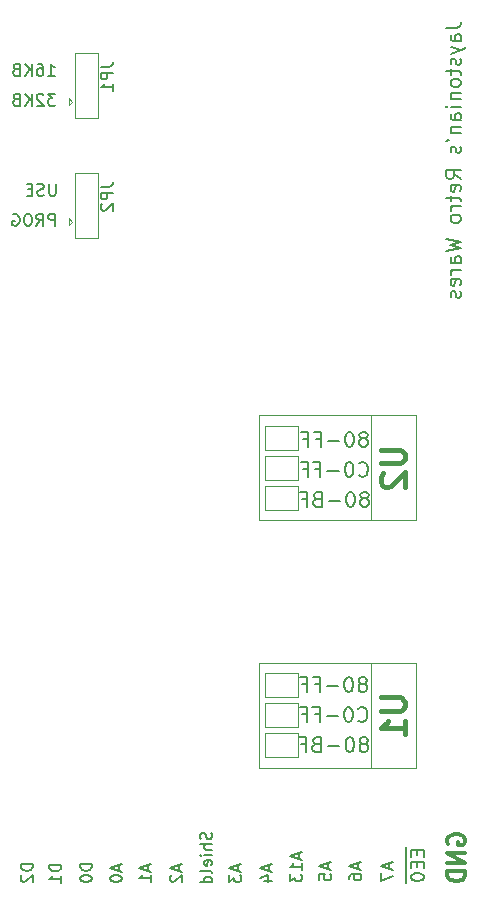
<source format=gbr>
%TF.GenerationSoftware,KiCad,Pcbnew,(5.1.10)-1*%
%TF.CreationDate,2022-11-16T00:45:25-05:00*%
%TF.ProjectId,Coleco-Card3,436f6c65-636f-42d4-9361-7264332e6b69,1*%
%TF.SameCoordinates,Original*%
%TF.FileFunction,Legend,Bot*%
%TF.FilePolarity,Positive*%
%FSLAX46Y46*%
G04 Gerber Fmt 4.6, Leading zero omitted, Abs format (unit mm)*
G04 Created by KiCad (PCBNEW (5.1.10)-1) date 2022-11-16 00:45:25*
%MOMM*%
%LPD*%
G01*
G04 APERTURE LIST*
%ADD10C,0.200000*%
%ADD11C,0.150000*%
%ADD12C,0.400000*%
%ADD13C,0.120000*%
%ADD14C,0.300000*%
G04 APERTURE END LIST*
D10*
X116790476Y-73869761D02*
X117683333Y-73869761D01*
X117861904Y-73810238D01*
X117980952Y-73691190D01*
X118040476Y-73512619D01*
X118040476Y-73393571D01*
X118040476Y-75000714D02*
X117385714Y-75000714D01*
X117266666Y-74941190D01*
X117207142Y-74822142D01*
X117207142Y-74584047D01*
X117266666Y-74465000D01*
X117980952Y-75000714D02*
X118040476Y-74881666D01*
X118040476Y-74584047D01*
X117980952Y-74465000D01*
X117861904Y-74405476D01*
X117742857Y-74405476D01*
X117623809Y-74465000D01*
X117564285Y-74584047D01*
X117564285Y-74881666D01*
X117504761Y-75000714D01*
X117207142Y-75476904D02*
X118040476Y-75774523D01*
X117207142Y-76072142D02*
X118040476Y-75774523D01*
X118338095Y-75655476D01*
X118397619Y-75595952D01*
X118457142Y-75476904D01*
X117980952Y-76488809D02*
X118040476Y-76607857D01*
X118040476Y-76845952D01*
X117980952Y-76965000D01*
X117861904Y-77024523D01*
X117802380Y-77024523D01*
X117683333Y-76965000D01*
X117623809Y-76845952D01*
X117623809Y-76667380D01*
X117564285Y-76548333D01*
X117445238Y-76488809D01*
X117385714Y-76488809D01*
X117266666Y-76548333D01*
X117207142Y-76667380D01*
X117207142Y-76845952D01*
X117266666Y-76965000D01*
X117207142Y-77381666D02*
X117207142Y-77857857D01*
X116790476Y-77560238D02*
X117861904Y-77560238D01*
X117980952Y-77619761D01*
X118040476Y-77738809D01*
X118040476Y-77857857D01*
X118040476Y-78453095D02*
X117980952Y-78334047D01*
X117921428Y-78274523D01*
X117802380Y-78215000D01*
X117445238Y-78215000D01*
X117326190Y-78274523D01*
X117266666Y-78334047D01*
X117207142Y-78453095D01*
X117207142Y-78631666D01*
X117266666Y-78750714D01*
X117326190Y-78810238D01*
X117445238Y-78869761D01*
X117802380Y-78869761D01*
X117921428Y-78810238D01*
X117980952Y-78750714D01*
X118040476Y-78631666D01*
X118040476Y-78453095D01*
X117207142Y-79405476D02*
X118040476Y-79405476D01*
X117326190Y-79405476D02*
X117266666Y-79465000D01*
X117207142Y-79584047D01*
X117207142Y-79762619D01*
X117266666Y-79881666D01*
X117385714Y-79941190D01*
X118040476Y-79941190D01*
X118040476Y-80536428D02*
X117207142Y-80536428D01*
X116790476Y-80536428D02*
X116850000Y-80476904D01*
X116909523Y-80536428D01*
X116850000Y-80595952D01*
X116790476Y-80536428D01*
X116909523Y-80536428D01*
X118040476Y-81667380D02*
X117385714Y-81667380D01*
X117266666Y-81607857D01*
X117207142Y-81488809D01*
X117207142Y-81250714D01*
X117266666Y-81131666D01*
X117980952Y-81667380D02*
X118040476Y-81548333D01*
X118040476Y-81250714D01*
X117980952Y-81131666D01*
X117861904Y-81072142D01*
X117742857Y-81072142D01*
X117623809Y-81131666D01*
X117564285Y-81250714D01*
X117564285Y-81548333D01*
X117504761Y-81667380D01*
X117207142Y-82262619D02*
X118040476Y-82262619D01*
X117326190Y-82262619D02*
X117266666Y-82322142D01*
X117207142Y-82441190D01*
X117207142Y-82619761D01*
X117266666Y-82738809D01*
X117385714Y-82798333D01*
X118040476Y-82798333D01*
X116790476Y-83453095D02*
X117028571Y-83334047D01*
X117980952Y-83929285D02*
X118040476Y-84048333D01*
X118040476Y-84286428D01*
X117980952Y-84405476D01*
X117861904Y-84464999D01*
X117802380Y-84464999D01*
X117683333Y-84405476D01*
X117623809Y-84286428D01*
X117623809Y-84107857D01*
X117564285Y-83988809D01*
X117445238Y-83929285D01*
X117385714Y-83929285D01*
X117266666Y-83988809D01*
X117207142Y-84107857D01*
X117207142Y-84286428D01*
X117266666Y-84405476D01*
X118040476Y-86667380D02*
X117445238Y-86250714D01*
X118040476Y-85953095D02*
X116790476Y-85953095D01*
X116790476Y-86429285D01*
X116850000Y-86548333D01*
X116909523Y-86607857D01*
X117028571Y-86667380D01*
X117207142Y-86667380D01*
X117326190Y-86607857D01*
X117385714Y-86548333D01*
X117445238Y-86429285D01*
X117445238Y-85953095D01*
X117980952Y-87679285D02*
X118040476Y-87560238D01*
X118040476Y-87322142D01*
X117980952Y-87203095D01*
X117861904Y-87143571D01*
X117385714Y-87143571D01*
X117266666Y-87203095D01*
X117207142Y-87322142D01*
X117207142Y-87560238D01*
X117266666Y-87679285D01*
X117385714Y-87738809D01*
X117504761Y-87738809D01*
X117623809Y-87143571D01*
X117207142Y-88095952D02*
X117207142Y-88572142D01*
X116790476Y-88274523D02*
X117861904Y-88274523D01*
X117980952Y-88334047D01*
X118040476Y-88453095D01*
X118040476Y-88572142D01*
X118040476Y-88988809D02*
X117207142Y-88988809D01*
X117445238Y-88988809D02*
X117326190Y-89048333D01*
X117266666Y-89107857D01*
X117207142Y-89226904D01*
X117207142Y-89345952D01*
X118040476Y-89941190D02*
X117980952Y-89822142D01*
X117921428Y-89762619D01*
X117802380Y-89703095D01*
X117445238Y-89703095D01*
X117326190Y-89762619D01*
X117266666Y-89822142D01*
X117207142Y-89941190D01*
X117207142Y-90119761D01*
X117266666Y-90238809D01*
X117326190Y-90298333D01*
X117445238Y-90357857D01*
X117802380Y-90357857D01*
X117921428Y-90298333D01*
X117980952Y-90238809D01*
X118040476Y-90119761D01*
X118040476Y-89941190D01*
X116790476Y-91726904D02*
X118040476Y-92024523D01*
X117147619Y-92262619D01*
X118040476Y-92500714D01*
X116790476Y-92798333D01*
X118040476Y-93810238D02*
X117385714Y-93810238D01*
X117266666Y-93750714D01*
X117207142Y-93631666D01*
X117207142Y-93393571D01*
X117266666Y-93274523D01*
X117980952Y-93810238D02*
X118040476Y-93691190D01*
X118040476Y-93393571D01*
X117980952Y-93274523D01*
X117861904Y-93214999D01*
X117742857Y-93214999D01*
X117623809Y-93274523D01*
X117564285Y-93393571D01*
X117564285Y-93691190D01*
X117504761Y-93810238D01*
X118040476Y-94405476D02*
X117207142Y-94405476D01*
X117445238Y-94405476D02*
X117326190Y-94464999D01*
X117266666Y-94524523D01*
X117207142Y-94643571D01*
X117207142Y-94762619D01*
X117980952Y-95655476D02*
X118040476Y-95536428D01*
X118040476Y-95298333D01*
X117980952Y-95179285D01*
X117861904Y-95119761D01*
X117385714Y-95119761D01*
X117266666Y-95179285D01*
X117207142Y-95298333D01*
X117207142Y-95536428D01*
X117266666Y-95655476D01*
X117385714Y-95714999D01*
X117504761Y-95714999D01*
X117623809Y-95119761D01*
X117980952Y-96191190D02*
X118040476Y-96310238D01*
X118040476Y-96548333D01*
X117980952Y-96667380D01*
X117861904Y-96726904D01*
X117802380Y-96726904D01*
X117683333Y-96667380D01*
X117623809Y-96548333D01*
X117623809Y-96369761D01*
X117564285Y-96250714D01*
X117445238Y-96191190D01*
X117385714Y-96191190D01*
X117266666Y-96250714D01*
X117207142Y-96369761D01*
X117207142Y-96548333D01*
X117266666Y-96667380D01*
D11*
X83764285Y-87082380D02*
X83764285Y-87891904D01*
X83716666Y-87987142D01*
X83669047Y-88034761D01*
X83573809Y-88082380D01*
X83383333Y-88082380D01*
X83288095Y-88034761D01*
X83240476Y-87987142D01*
X83192857Y-87891904D01*
X83192857Y-87082380D01*
X82764285Y-88034761D02*
X82621428Y-88082380D01*
X82383333Y-88082380D01*
X82288095Y-88034761D01*
X82240476Y-87987142D01*
X82192857Y-87891904D01*
X82192857Y-87796666D01*
X82240476Y-87701428D01*
X82288095Y-87653809D01*
X82383333Y-87606190D01*
X82573809Y-87558571D01*
X82669047Y-87510952D01*
X82716666Y-87463333D01*
X82764285Y-87368095D01*
X82764285Y-87272857D01*
X82716666Y-87177619D01*
X82669047Y-87130000D01*
X82573809Y-87082380D01*
X82335714Y-87082380D01*
X82192857Y-87130000D01*
X81764285Y-87558571D02*
X81430952Y-87558571D01*
X81288095Y-88082380D02*
X81764285Y-88082380D01*
X81764285Y-87082380D01*
X81288095Y-87082380D01*
X83700714Y-90622380D02*
X83700714Y-89622380D01*
X83319761Y-89622380D01*
X83224523Y-89670000D01*
X83176904Y-89717619D01*
X83129285Y-89812857D01*
X83129285Y-89955714D01*
X83176904Y-90050952D01*
X83224523Y-90098571D01*
X83319761Y-90146190D01*
X83700714Y-90146190D01*
X82129285Y-90622380D02*
X82462619Y-90146190D01*
X82700714Y-90622380D02*
X82700714Y-89622380D01*
X82319761Y-89622380D01*
X82224523Y-89670000D01*
X82176904Y-89717619D01*
X82129285Y-89812857D01*
X82129285Y-89955714D01*
X82176904Y-90050952D01*
X82224523Y-90098571D01*
X82319761Y-90146190D01*
X82700714Y-90146190D01*
X81510238Y-89622380D02*
X81319761Y-89622380D01*
X81224523Y-89670000D01*
X81129285Y-89765238D01*
X81081666Y-89955714D01*
X81081666Y-90289047D01*
X81129285Y-90479523D01*
X81224523Y-90574761D01*
X81319761Y-90622380D01*
X81510238Y-90622380D01*
X81605476Y-90574761D01*
X81700714Y-90479523D01*
X81748333Y-90289047D01*
X81748333Y-89955714D01*
X81700714Y-89765238D01*
X81605476Y-89670000D01*
X81510238Y-89622380D01*
X80129285Y-89670000D02*
X80224523Y-89622380D01*
X80367380Y-89622380D01*
X80510238Y-89670000D01*
X80605476Y-89765238D01*
X80653095Y-89860476D01*
X80700714Y-90050952D01*
X80700714Y-90193809D01*
X80653095Y-90384285D01*
X80605476Y-90479523D01*
X80510238Y-90574761D01*
X80367380Y-90622380D01*
X80272142Y-90622380D01*
X80129285Y-90574761D01*
X80081666Y-90527142D01*
X80081666Y-90193809D01*
X80272142Y-90193809D01*
X83105476Y-77922380D02*
X83676904Y-77922380D01*
X83391190Y-77922380D02*
X83391190Y-76922380D01*
X83486428Y-77065238D01*
X83581666Y-77160476D01*
X83676904Y-77208095D01*
X82248333Y-76922380D02*
X82438809Y-76922380D01*
X82534047Y-76970000D01*
X82581666Y-77017619D01*
X82676904Y-77160476D01*
X82724523Y-77350952D01*
X82724523Y-77731904D01*
X82676904Y-77827142D01*
X82629285Y-77874761D01*
X82534047Y-77922380D01*
X82343571Y-77922380D01*
X82248333Y-77874761D01*
X82200714Y-77827142D01*
X82153095Y-77731904D01*
X82153095Y-77493809D01*
X82200714Y-77398571D01*
X82248333Y-77350952D01*
X82343571Y-77303333D01*
X82534047Y-77303333D01*
X82629285Y-77350952D01*
X82676904Y-77398571D01*
X82724523Y-77493809D01*
X81724523Y-77922380D02*
X81724523Y-76922380D01*
X81153095Y-77922380D02*
X81581666Y-77350952D01*
X81153095Y-76922380D02*
X81724523Y-77493809D01*
X80391190Y-77398571D02*
X80248333Y-77446190D01*
X80200714Y-77493809D01*
X80153095Y-77589047D01*
X80153095Y-77731904D01*
X80200714Y-77827142D01*
X80248333Y-77874761D01*
X80343571Y-77922380D01*
X80724523Y-77922380D01*
X80724523Y-76922380D01*
X80391190Y-76922380D01*
X80295952Y-76970000D01*
X80248333Y-77017619D01*
X80200714Y-77112857D01*
X80200714Y-77208095D01*
X80248333Y-77303333D01*
X80295952Y-77350952D01*
X80391190Y-77398571D01*
X80724523Y-77398571D01*
X83724523Y-79462380D02*
X83105476Y-79462380D01*
X83438809Y-79843333D01*
X83295952Y-79843333D01*
X83200714Y-79890952D01*
X83153095Y-79938571D01*
X83105476Y-80033809D01*
X83105476Y-80271904D01*
X83153095Y-80367142D01*
X83200714Y-80414761D01*
X83295952Y-80462380D01*
X83581666Y-80462380D01*
X83676904Y-80414761D01*
X83724523Y-80367142D01*
X82724523Y-79557619D02*
X82676904Y-79510000D01*
X82581666Y-79462380D01*
X82343571Y-79462380D01*
X82248333Y-79510000D01*
X82200714Y-79557619D01*
X82153095Y-79652857D01*
X82153095Y-79748095D01*
X82200714Y-79890952D01*
X82772142Y-80462380D01*
X82153095Y-80462380D01*
X81724523Y-80462380D02*
X81724523Y-79462380D01*
X81153095Y-80462380D02*
X81581666Y-79890952D01*
X81153095Y-79462380D02*
X81724523Y-80033809D01*
X80391190Y-79938571D02*
X80248333Y-79986190D01*
X80200714Y-80033809D01*
X80153095Y-80129047D01*
X80153095Y-80271904D01*
X80200714Y-80367142D01*
X80248333Y-80414761D01*
X80343571Y-80462380D01*
X80724523Y-80462380D01*
X80724523Y-79462380D01*
X80391190Y-79462380D01*
X80295952Y-79510000D01*
X80248333Y-79557619D01*
X80200714Y-79652857D01*
X80200714Y-79748095D01*
X80248333Y-79843333D01*
X80295952Y-79890952D01*
X80391190Y-79938571D01*
X80724523Y-79938571D01*
D12*
X111299761Y-130556190D02*
X112918809Y-130556190D01*
X113109285Y-130651428D01*
X113204523Y-130746666D01*
X113299761Y-130937142D01*
X113299761Y-131318095D01*
X113204523Y-131508571D01*
X113109285Y-131603809D01*
X112918809Y-131699047D01*
X111299761Y-131699047D01*
X113299761Y-133699047D02*
X113299761Y-132556190D01*
X113299761Y-133127619D02*
X111299761Y-133127619D01*
X111585476Y-132937142D01*
X111775952Y-132746666D01*
X111871190Y-132556190D01*
X111299761Y-109601190D02*
X112918809Y-109601190D01*
X113109285Y-109696428D01*
X113204523Y-109791666D01*
X113299761Y-109982142D01*
X113299761Y-110363095D01*
X113204523Y-110553571D01*
X113109285Y-110648809D01*
X112918809Y-110744047D01*
X111299761Y-110744047D01*
X111490238Y-111601190D02*
X111395000Y-111696428D01*
X111299761Y-111886904D01*
X111299761Y-112363095D01*
X111395000Y-112553571D01*
X111490238Y-112648809D01*
X111680714Y-112744047D01*
X111871190Y-112744047D01*
X112156904Y-112648809D01*
X113299761Y-111505952D01*
X113299761Y-112744047D01*
D13*
X114300000Y-136525000D02*
X110490000Y-136525000D01*
X114300000Y-127635000D02*
X114300000Y-136525000D01*
X110490000Y-127635000D02*
X114300000Y-127635000D01*
X114300000Y-115570000D02*
X110490000Y-115570000D01*
X114300000Y-106680000D02*
X114300000Y-115570000D01*
X110490000Y-106680000D02*
X114300000Y-106680000D01*
X110490000Y-115570000D02*
X110490000Y-106680000D01*
X100965000Y-115570000D02*
X110490000Y-115570000D01*
X100965000Y-106680000D02*
X110490000Y-106680000D01*
X100965000Y-115570000D02*
X100965000Y-106680000D01*
X110490000Y-127635000D02*
X100965000Y-127635000D01*
X110490000Y-136525000D02*
X110490000Y-127635000D01*
X100965000Y-136525000D02*
X110490000Y-136525000D01*
X100965000Y-127635000D02*
X100965000Y-136525000D01*
D10*
X109432071Y-111761928D02*
X109491595Y-111821452D01*
X109670166Y-111880976D01*
X109789214Y-111880976D01*
X109967785Y-111821452D01*
X110086833Y-111702404D01*
X110146357Y-111583357D01*
X110205880Y-111345261D01*
X110205880Y-111166690D01*
X110146357Y-110928595D01*
X110086833Y-110809547D01*
X109967785Y-110690500D01*
X109789214Y-110630976D01*
X109670166Y-110630976D01*
X109491595Y-110690500D01*
X109432071Y-110750023D01*
X108658261Y-110630976D02*
X108539214Y-110630976D01*
X108420166Y-110690500D01*
X108360642Y-110750023D01*
X108301119Y-110869071D01*
X108241595Y-111107166D01*
X108241595Y-111404785D01*
X108301119Y-111642880D01*
X108360642Y-111761928D01*
X108420166Y-111821452D01*
X108539214Y-111880976D01*
X108658261Y-111880976D01*
X108777309Y-111821452D01*
X108836833Y-111761928D01*
X108896357Y-111642880D01*
X108955880Y-111404785D01*
X108955880Y-111107166D01*
X108896357Y-110869071D01*
X108836833Y-110750023D01*
X108777309Y-110690500D01*
X108658261Y-110630976D01*
X107705880Y-111404785D02*
X106753500Y-111404785D01*
X105741595Y-111226214D02*
X106158261Y-111226214D01*
X106158261Y-111880976D02*
X106158261Y-110630976D01*
X105563023Y-110630976D01*
X104670166Y-111226214D02*
X105086833Y-111226214D01*
X105086833Y-111880976D02*
X105086833Y-110630976D01*
X104491595Y-110630976D01*
X110027309Y-113706690D02*
X110146357Y-113647166D01*
X110205880Y-113587642D01*
X110265404Y-113468595D01*
X110265404Y-113409071D01*
X110205880Y-113290023D01*
X110146357Y-113230500D01*
X110027309Y-113170976D01*
X109789214Y-113170976D01*
X109670166Y-113230500D01*
X109610642Y-113290023D01*
X109551119Y-113409071D01*
X109551119Y-113468595D01*
X109610642Y-113587642D01*
X109670166Y-113647166D01*
X109789214Y-113706690D01*
X110027309Y-113706690D01*
X110146357Y-113766214D01*
X110205880Y-113825738D01*
X110265404Y-113944785D01*
X110265404Y-114182880D01*
X110205880Y-114301928D01*
X110146357Y-114361452D01*
X110027309Y-114420976D01*
X109789214Y-114420976D01*
X109670166Y-114361452D01*
X109610642Y-114301928D01*
X109551119Y-114182880D01*
X109551119Y-113944785D01*
X109610642Y-113825738D01*
X109670166Y-113766214D01*
X109789214Y-113706690D01*
X108777309Y-113170976D02*
X108658261Y-113170976D01*
X108539214Y-113230500D01*
X108479690Y-113290023D01*
X108420166Y-113409071D01*
X108360642Y-113647166D01*
X108360642Y-113944785D01*
X108420166Y-114182880D01*
X108479690Y-114301928D01*
X108539214Y-114361452D01*
X108658261Y-114420976D01*
X108777309Y-114420976D01*
X108896357Y-114361452D01*
X108955880Y-114301928D01*
X109015404Y-114182880D01*
X109074928Y-113944785D01*
X109074928Y-113647166D01*
X109015404Y-113409071D01*
X108955880Y-113290023D01*
X108896357Y-113230500D01*
X108777309Y-113170976D01*
X107824928Y-113944785D02*
X106872547Y-113944785D01*
X105860642Y-113766214D02*
X105682071Y-113825738D01*
X105622547Y-113885261D01*
X105563023Y-114004309D01*
X105563023Y-114182880D01*
X105622547Y-114301928D01*
X105682071Y-114361452D01*
X105801119Y-114420976D01*
X106277309Y-114420976D01*
X106277309Y-113170976D01*
X105860642Y-113170976D01*
X105741595Y-113230500D01*
X105682071Y-113290023D01*
X105622547Y-113409071D01*
X105622547Y-113528119D01*
X105682071Y-113647166D01*
X105741595Y-113706690D01*
X105860642Y-113766214D01*
X106277309Y-113766214D01*
X104610642Y-113766214D02*
X105027309Y-113766214D01*
X105027309Y-114420976D02*
X105027309Y-113170976D01*
X104432071Y-113170976D01*
X109938023Y-108626690D02*
X110057071Y-108567166D01*
X110116595Y-108507642D01*
X110176119Y-108388595D01*
X110176119Y-108329071D01*
X110116595Y-108210023D01*
X110057071Y-108150500D01*
X109938023Y-108090976D01*
X109699928Y-108090976D01*
X109580880Y-108150500D01*
X109521357Y-108210023D01*
X109461833Y-108329071D01*
X109461833Y-108388595D01*
X109521357Y-108507642D01*
X109580880Y-108567166D01*
X109699928Y-108626690D01*
X109938023Y-108626690D01*
X110057071Y-108686214D01*
X110116595Y-108745738D01*
X110176119Y-108864785D01*
X110176119Y-109102880D01*
X110116595Y-109221928D01*
X110057071Y-109281452D01*
X109938023Y-109340976D01*
X109699928Y-109340976D01*
X109580880Y-109281452D01*
X109521357Y-109221928D01*
X109461833Y-109102880D01*
X109461833Y-108864785D01*
X109521357Y-108745738D01*
X109580880Y-108686214D01*
X109699928Y-108626690D01*
X108688023Y-108090976D02*
X108568976Y-108090976D01*
X108449928Y-108150500D01*
X108390404Y-108210023D01*
X108330880Y-108329071D01*
X108271357Y-108567166D01*
X108271357Y-108864785D01*
X108330880Y-109102880D01*
X108390404Y-109221928D01*
X108449928Y-109281452D01*
X108568976Y-109340976D01*
X108688023Y-109340976D01*
X108807071Y-109281452D01*
X108866595Y-109221928D01*
X108926119Y-109102880D01*
X108985642Y-108864785D01*
X108985642Y-108567166D01*
X108926119Y-108329071D01*
X108866595Y-108210023D01*
X108807071Y-108150500D01*
X108688023Y-108090976D01*
X107735642Y-108864785D02*
X106783261Y-108864785D01*
X105771357Y-108686214D02*
X106188023Y-108686214D01*
X106188023Y-109340976D02*
X106188023Y-108090976D01*
X105592785Y-108090976D01*
X104699928Y-108686214D02*
X105116595Y-108686214D01*
X105116595Y-109340976D02*
X105116595Y-108090976D01*
X104521357Y-108090976D01*
X109874523Y-129391190D02*
X109993571Y-129331666D01*
X110053095Y-129272142D01*
X110112619Y-129153095D01*
X110112619Y-129093571D01*
X110053095Y-128974523D01*
X109993571Y-128915000D01*
X109874523Y-128855476D01*
X109636428Y-128855476D01*
X109517380Y-128915000D01*
X109457857Y-128974523D01*
X109398333Y-129093571D01*
X109398333Y-129153095D01*
X109457857Y-129272142D01*
X109517380Y-129331666D01*
X109636428Y-129391190D01*
X109874523Y-129391190D01*
X109993571Y-129450714D01*
X110053095Y-129510238D01*
X110112619Y-129629285D01*
X110112619Y-129867380D01*
X110053095Y-129986428D01*
X109993571Y-130045952D01*
X109874523Y-130105476D01*
X109636428Y-130105476D01*
X109517380Y-130045952D01*
X109457857Y-129986428D01*
X109398333Y-129867380D01*
X109398333Y-129629285D01*
X109457857Y-129510238D01*
X109517380Y-129450714D01*
X109636428Y-129391190D01*
X108624523Y-128855476D02*
X108505476Y-128855476D01*
X108386428Y-128915000D01*
X108326904Y-128974523D01*
X108267380Y-129093571D01*
X108207857Y-129331666D01*
X108207857Y-129629285D01*
X108267380Y-129867380D01*
X108326904Y-129986428D01*
X108386428Y-130045952D01*
X108505476Y-130105476D01*
X108624523Y-130105476D01*
X108743571Y-130045952D01*
X108803095Y-129986428D01*
X108862619Y-129867380D01*
X108922142Y-129629285D01*
X108922142Y-129331666D01*
X108862619Y-129093571D01*
X108803095Y-128974523D01*
X108743571Y-128915000D01*
X108624523Y-128855476D01*
X107672142Y-129629285D02*
X106719761Y-129629285D01*
X105707857Y-129450714D02*
X106124523Y-129450714D01*
X106124523Y-130105476D02*
X106124523Y-128855476D01*
X105529285Y-128855476D01*
X104636428Y-129450714D02*
X105053095Y-129450714D01*
X105053095Y-130105476D02*
X105053095Y-128855476D01*
X104457857Y-128855476D01*
X109368571Y-132526428D02*
X109428095Y-132585952D01*
X109606666Y-132645476D01*
X109725714Y-132645476D01*
X109904285Y-132585952D01*
X110023333Y-132466904D01*
X110082857Y-132347857D01*
X110142380Y-132109761D01*
X110142380Y-131931190D01*
X110082857Y-131693095D01*
X110023333Y-131574047D01*
X109904285Y-131455000D01*
X109725714Y-131395476D01*
X109606666Y-131395476D01*
X109428095Y-131455000D01*
X109368571Y-131514523D01*
X108594761Y-131395476D02*
X108475714Y-131395476D01*
X108356666Y-131455000D01*
X108297142Y-131514523D01*
X108237619Y-131633571D01*
X108178095Y-131871666D01*
X108178095Y-132169285D01*
X108237619Y-132407380D01*
X108297142Y-132526428D01*
X108356666Y-132585952D01*
X108475714Y-132645476D01*
X108594761Y-132645476D01*
X108713809Y-132585952D01*
X108773333Y-132526428D01*
X108832857Y-132407380D01*
X108892380Y-132169285D01*
X108892380Y-131871666D01*
X108832857Y-131633571D01*
X108773333Y-131514523D01*
X108713809Y-131455000D01*
X108594761Y-131395476D01*
X107642380Y-132169285D02*
X106690000Y-132169285D01*
X105678095Y-131990714D02*
X106094761Y-131990714D01*
X106094761Y-132645476D02*
X106094761Y-131395476D01*
X105499523Y-131395476D01*
X104606666Y-131990714D02*
X105023333Y-131990714D01*
X105023333Y-132645476D02*
X105023333Y-131395476D01*
X104428095Y-131395476D01*
X109963809Y-134471190D02*
X110082857Y-134411666D01*
X110142380Y-134352142D01*
X110201904Y-134233095D01*
X110201904Y-134173571D01*
X110142380Y-134054523D01*
X110082857Y-133995000D01*
X109963809Y-133935476D01*
X109725714Y-133935476D01*
X109606666Y-133995000D01*
X109547142Y-134054523D01*
X109487619Y-134173571D01*
X109487619Y-134233095D01*
X109547142Y-134352142D01*
X109606666Y-134411666D01*
X109725714Y-134471190D01*
X109963809Y-134471190D01*
X110082857Y-134530714D01*
X110142380Y-134590238D01*
X110201904Y-134709285D01*
X110201904Y-134947380D01*
X110142380Y-135066428D01*
X110082857Y-135125952D01*
X109963809Y-135185476D01*
X109725714Y-135185476D01*
X109606666Y-135125952D01*
X109547142Y-135066428D01*
X109487619Y-134947380D01*
X109487619Y-134709285D01*
X109547142Y-134590238D01*
X109606666Y-134530714D01*
X109725714Y-134471190D01*
X108713809Y-133935476D02*
X108594761Y-133935476D01*
X108475714Y-133995000D01*
X108416190Y-134054523D01*
X108356666Y-134173571D01*
X108297142Y-134411666D01*
X108297142Y-134709285D01*
X108356666Y-134947380D01*
X108416190Y-135066428D01*
X108475714Y-135125952D01*
X108594761Y-135185476D01*
X108713809Y-135185476D01*
X108832857Y-135125952D01*
X108892380Y-135066428D01*
X108951904Y-134947380D01*
X109011428Y-134709285D01*
X109011428Y-134411666D01*
X108951904Y-134173571D01*
X108892380Y-134054523D01*
X108832857Y-133995000D01*
X108713809Y-133935476D01*
X107761428Y-134709285D02*
X106809047Y-134709285D01*
X105797142Y-134530714D02*
X105618571Y-134590238D01*
X105559047Y-134649761D01*
X105499523Y-134768809D01*
X105499523Y-134947380D01*
X105559047Y-135066428D01*
X105618571Y-135125952D01*
X105737619Y-135185476D01*
X106213809Y-135185476D01*
X106213809Y-133935476D01*
X105797142Y-133935476D01*
X105678095Y-133995000D01*
X105618571Y-134054523D01*
X105559047Y-134173571D01*
X105559047Y-134292619D01*
X105618571Y-134411666D01*
X105678095Y-134471190D01*
X105797142Y-134530714D01*
X106213809Y-134530714D01*
X104547142Y-134530714D02*
X104963809Y-134530714D01*
X104963809Y-135185476D02*
X104963809Y-133935476D01*
X104368571Y-133935476D01*
D13*
%TO.C,JP6*%
X104255000Y-131080000D02*
X101455000Y-131080000D01*
X101455000Y-131080000D02*
X101455000Y-133080000D01*
X101455000Y-133080000D02*
X104255000Y-133080000D01*
X104255000Y-133080000D02*
X104255000Y-131080000D01*
%TO.C,JP7*%
X104255000Y-133620000D02*
X101455000Y-133620000D01*
X101455000Y-133620000D02*
X101455000Y-135620000D01*
X101455000Y-135620000D02*
X104255000Y-135620000D01*
X104255000Y-135620000D02*
X104255000Y-133620000D01*
%TO.C,JP8*%
X104255000Y-130540000D02*
X104255000Y-128540000D01*
X101455000Y-130540000D02*
X104255000Y-130540000D01*
X101455000Y-128540000D02*
X101455000Y-130540000D01*
X104255000Y-128540000D02*
X101455000Y-128540000D01*
%TO.C,JP14*%
X104255000Y-110125000D02*
X101455000Y-110125000D01*
X101455000Y-110125000D02*
X101455000Y-112125000D01*
X101455000Y-112125000D02*
X104255000Y-112125000D01*
X104255000Y-112125000D02*
X104255000Y-110125000D01*
%TO.C,JP15*%
X104255000Y-114665000D02*
X104255000Y-112665000D01*
X101455000Y-114665000D02*
X104255000Y-114665000D01*
X101455000Y-112665000D02*
X101455000Y-114665000D01*
X104255000Y-112665000D02*
X101455000Y-112665000D01*
%TO.C,JP16*%
X104255000Y-107585000D02*
X101455000Y-107585000D01*
X101455000Y-107585000D02*
X101455000Y-109585000D01*
X101455000Y-109585000D02*
X104255000Y-109585000D01*
X104255000Y-109585000D02*
X104255000Y-107585000D01*
%TO.C,JP1*%
X87360000Y-81490000D02*
X87360000Y-75990000D01*
X87360000Y-75990000D02*
X85410000Y-75990000D01*
X85410000Y-75990000D02*
X85410000Y-81490000D01*
X85410000Y-81490000D02*
X87360000Y-81490000D01*
X85160000Y-80140000D02*
X84860000Y-80440000D01*
X84860000Y-80440000D02*
X84860000Y-79840000D01*
X84860000Y-79840000D02*
X85160000Y-80140000D01*
%TO.C,JP2*%
X84860000Y-90000000D02*
X85160000Y-90300000D01*
X84860000Y-90600000D02*
X84860000Y-90000000D01*
X85160000Y-90300000D02*
X84860000Y-90600000D01*
X85410000Y-91650000D02*
X87360000Y-91650000D01*
X85410000Y-86150000D02*
X85410000Y-91650000D01*
X87360000Y-86150000D02*
X85410000Y-86150000D01*
X87360000Y-91650000D02*
X87360000Y-86150000D01*
%TO.C,X1*%
D11*
X81808581Y-144666605D02*
X80808581Y-144666605D01*
X80808581Y-144904701D01*
X80856201Y-145047558D01*
X80951439Y-145142796D01*
X81046677Y-145190415D01*
X81237153Y-145238034D01*
X81380010Y-145238034D01*
X81570486Y-145190415D01*
X81665724Y-145142796D01*
X81760962Y-145047558D01*
X81808581Y-144904701D01*
X81808581Y-144666605D01*
X80903820Y-145618986D02*
X80856201Y-145666605D01*
X80808581Y-145761843D01*
X80808581Y-145999939D01*
X80856201Y-146095177D01*
X80903820Y-146142796D01*
X80999058Y-146190415D01*
X81094296Y-146190415D01*
X81237153Y-146142796D01*
X81808581Y-145571367D01*
X81808581Y-146190415D01*
X84221581Y-144730105D02*
X83221581Y-144730105D01*
X83221581Y-144968201D01*
X83269201Y-145111058D01*
X83364439Y-145206296D01*
X83459677Y-145253915D01*
X83650153Y-145301534D01*
X83793010Y-145301534D01*
X83983486Y-145253915D01*
X84078724Y-145206296D01*
X84173962Y-145111058D01*
X84221581Y-144968201D01*
X84221581Y-144730105D01*
X84221581Y-146253915D02*
X84221581Y-145682486D01*
X84221581Y-145968201D02*
X83221581Y-145968201D01*
X83364439Y-145872962D01*
X83459677Y-145777724D01*
X83507296Y-145682486D01*
X86825081Y-144666605D02*
X85825081Y-144666605D01*
X85825081Y-144904701D01*
X85872701Y-145047558D01*
X85967939Y-145142796D01*
X86063177Y-145190415D01*
X86253653Y-145238034D01*
X86396510Y-145238034D01*
X86586986Y-145190415D01*
X86682224Y-145142796D01*
X86777462Y-145047558D01*
X86825081Y-144904701D01*
X86825081Y-144666605D01*
X85825081Y-145857081D02*
X85825081Y-145952320D01*
X85872701Y-146047558D01*
X85920320Y-146095177D01*
X86015558Y-146142796D01*
X86206034Y-146190415D01*
X86444129Y-146190415D01*
X86634605Y-146142796D01*
X86729843Y-146095177D01*
X86777462Y-146047558D01*
X86825081Y-145952320D01*
X86825081Y-145857081D01*
X86777462Y-145761843D01*
X86729843Y-145714224D01*
X86634605Y-145666605D01*
X86444129Y-145618986D01*
X86206034Y-145618986D01*
X86015558Y-145666605D01*
X85920320Y-145714224D01*
X85872701Y-145761843D01*
X85825081Y-145857081D01*
X89079367Y-144753915D02*
X89079367Y-145230105D01*
X89365081Y-144658677D02*
X88365081Y-144992010D01*
X89365081Y-145325343D01*
X88365081Y-145849153D02*
X88365081Y-145944391D01*
X88412701Y-146039629D01*
X88460320Y-146087248D01*
X88555558Y-146134867D01*
X88746034Y-146182486D01*
X88984129Y-146182486D01*
X89174605Y-146134867D01*
X89269843Y-146087248D01*
X89317462Y-146039629D01*
X89365081Y-145944391D01*
X89365081Y-145849153D01*
X89317462Y-145753915D01*
X89269843Y-145706296D01*
X89174605Y-145658677D01*
X88984129Y-145611058D01*
X88746034Y-145611058D01*
X88555558Y-145658677D01*
X88460320Y-145706296D01*
X88412701Y-145753915D01*
X88365081Y-145849153D01*
X91555867Y-144753915D02*
X91555867Y-145230105D01*
X91841581Y-144658677D02*
X90841581Y-144992010D01*
X91841581Y-145325343D01*
X91841581Y-146182486D02*
X91841581Y-145611058D01*
X91841581Y-145896772D02*
X90841581Y-145896772D01*
X90984439Y-145801534D01*
X91079677Y-145706296D01*
X91127296Y-145611058D01*
X94159367Y-144753915D02*
X94159367Y-145230105D01*
X94445081Y-144658677D02*
X93445081Y-144992010D01*
X94445081Y-145325343D01*
X93540320Y-145611058D02*
X93492701Y-145658677D01*
X93445081Y-145753915D01*
X93445081Y-145992010D01*
X93492701Y-146087248D01*
X93540320Y-146134867D01*
X93635558Y-146182486D01*
X93730796Y-146182486D01*
X93873653Y-146134867D01*
X94445081Y-145563439D01*
X94445081Y-146182486D01*
X96937462Y-142015653D02*
X96985081Y-142158510D01*
X96985081Y-142396605D01*
X96937462Y-142491843D01*
X96889843Y-142539462D01*
X96794605Y-142587081D01*
X96699367Y-142587081D01*
X96604129Y-142539462D01*
X96556510Y-142491843D01*
X96508891Y-142396605D01*
X96461272Y-142206129D01*
X96413653Y-142110891D01*
X96366034Y-142063272D01*
X96270796Y-142015653D01*
X96175558Y-142015653D01*
X96080320Y-142063272D01*
X96032701Y-142110891D01*
X95985081Y-142206129D01*
X95985081Y-142444224D01*
X96032701Y-142587081D01*
X96985081Y-143015653D02*
X95985081Y-143015653D01*
X96985081Y-143444224D02*
X96461272Y-143444224D01*
X96366034Y-143396605D01*
X96318415Y-143301367D01*
X96318415Y-143158510D01*
X96366034Y-143063272D01*
X96413653Y-143015653D01*
X96985081Y-143920415D02*
X96318415Y-143920415D01*
X95985081Y-143920415D02*
X96032701Y-143872796D01*
X96080320Y-143920415D01*
X96032701Y-143968034D01*
X95985081Y-143920415D01*
X96080320Y-143920415D01*
X96937462Y-144777558D02*
X96985081Y-144682320D01*
X96985081Y-144491843D01*
X96937462Y-144396605D01*
X96842224Y-144348986D01*
X96461272Y-144348986D01*
X96366034Y-144396605D01*
X96318415Y-144491843D01*
X96318415Y-144682320D01*
X96366034Y-144777558D01*
X96461272Y-144825177D01*
X96556510Y-144825177D01*
X96651748Y-144348986D01*
X96985081Y-145396605D02*
X96937462Y-145301367D01*
X96842224Y-145253748D01*
X95985081Y-145253748D01*
X96985081Y-146206129D02*
X95985081Y-146206129D01*
X96937462Y-146206129D02*
X96985081Y-146110891D01*
X96985081Y-145920415D01*
X96937462Y-145825177D01*
X96889843Y-145777558D01*
X96794605Y-145729939D01*
X96508891Y-145729939D01*
X96413653Y-145777558D01*
X96366034Y-145825177D01*
X96318415Y-145920415D01*
X96318415Y-146110891D01*
X96366034Y-146206129D01*
X99175867Y-144753915D02*
X99175867Y-145230105D01*
X99461581Y-144658677D02*
X98461581Y-144992010D01*
X99461581Y-145325343D01*
X98461581Y-145563439D02*
X98461581Y-146182486D01*
X98842534Y-145849153D01*
X98842534Y-145992010D01*
X98890153Y-146087248D01*
X98937772Y-146134867D01*
X99033010Y-146182486D01*
X99271105Y-146182486D01*
X99366343Y-146134867D01*
X99413962Y-146087248D01*
X99461581Y-145992010D01*
X99461581Y-145706296D01*
X99413962Y-145611058D01*
X99366343Y-145563439D01*
X101779367Y-144753915D02*
X101779367Y-145230105D01*
X102065081Y-144658677D02*
X101065081Y-144992010D01*
X102065081Y-145325343D01*
X101398415Y-146087248D02*
X102065081Y-146087248D01*
X101017462Y-145849153D02*
X101731748Y-145611058D01*
X101731748Y-146230105D01*
X104319367Y-143769724D02*
X104319367Y-144245915D01*
X104605081Y-143674486D02*
X103605081Y-144007820D01*
X104605081Y-144341153D01*
X104605081Y-145198296D02*
X104605081Y-144626867D01*
X104605081Y-144912581D02*
X103605081Y-144912581D01*
X103747939Y-144817343D01*
X103843177Y-144722105D01*
X103890796Y-144626867D01*
X103605081Y-145531629D02*
X103605081Y-146150677D01*
X103986034Y-145817343D01*
X103986034Y-145960201D01*
X104033653Y-146055439D01*
X104081272Y-146103058D01*
X104176510Y-146150677D01*
X104414605Y-146150677D01*
X104509843Y-146103058D01*
X104557462Y-146055439D01*
X104605081Y-145960201D01*
X104605081Y-145674486D01*
X104557462Y-145579248D01*
X104509843Y-145531629D01*
X106795867Y-144626915D02*
X106795867Y-145103105D01*
X107081581Y-144531677D02*
X106081581Y-144865010D01*
X107081581Y-145198343D01*
X106081581Y-146007867D02*
X106081581Y-145531677D01*
X106557772Y-145484058D01*
X106510153Y-145531677D01*
X106462534Y-145626915D01*
X106462534Y-145865010D01*
X106510153Y-145960248D01*
X106557772Y-146007867D01*
X106653010Y-146055486D01*
X106891105Y-146055486D01*
X106986343Y-146007867D01*
X107033962Y-145960248D01*
X107081581Y-145865010D01*
X107081581Y-145626915D01*
X107033962Y-145531677D01*
X106986343Y-145484058D01*
X109335867Y-144626915D02*
X109335867Y-145103105D01*
X109621581Y-144531677D02*
X108621581Y-144865010D01*
X109621581Y-145198343D01*
X108621581Y-145960248D02*
X108621581Y-145769772D01*
X108669201Y-145674534D01*
X108716820Y-145626915D01*
X108859677Y-145531677D01*
X109050153Y-145484058D01*
X109431105Y-145484058D01*
X109526343Y-145531677D01*
X109573962Y-145579296D01*
X109621581Y-145674534D01*
X109621581Y-145865010D01*
X109573962Y-145960248D01*
X109526343Y-146007867D01*
X109431105Y-146055486D01*
X109193010Y-146055486D01*
X109097772Y-146007867D01*
X109050153Y-145960248D01*
X109002534Y-145865010D01*
X109002534Y-145674534D01*
X109050153Y-145579296D01*
X109097772Y-145531677D01*
X109193010Y-145484058D01*
X112002867Y-144626915D02*
X112002867Y-145103105D01*
X112288581Y-144531677D02*
X111288581Y-144865010D01*
X112288581Y-145198343D01*
X111288581Y-145436439D02*
X111288581Y-146103105D01*
X112288581Y-145674534D01*
D10*
X113387701Y-143260952D02*
X113387701Y-144256190D01*
X114361129Y-143522857D02*
X114361129Y-143889523D01*
X114937320Y-144046666D02*
X114937320Y-143522857D01*
X113837320Y-143522857D01*
X113837320Y-144046666D01*
X113387701Y-144256190D02*
X113387701Y-145251428D01*
X114361129Y-144518095D02*
X114361129Y-144884761D01*
X114937320Y-145041904D02*
X114937320Y-144518095D01*
X113837320Y-144518095D01*
X113837320Y-145041904D01*
X113387701Y-145251428D02*
X113387701Y-146299047D01*
X113837320Y-145722857D02*
X113837320Y-145827619D01*
X113889701Y-145932380D01*
X113942081Y-145984761D01*
X114046843Y-146037142D01*
X114256367Y-146089523D01*
X114518272Y-146089523D01*
X114727796Y-146037142D01*
X114832558Y-145984761D01*
X114884939Y-145932380D01*
X114937320Y-145827619D01*
X114937320Y-145722857D01*
X114884939Y-145618095D01*
X114832558Y-145565714D01*
X114727796Y-145513333D01*
X114518272Y-145460952D01*
X114256367Y-145460952D01*
X114046843Y-145513333D01*
X113942081Y-145565714D01*
X113889701Y-145618095D01*
X113837320Y-145722857D01*
D14*
X116991701Y-142991843D02*
X116920272Y-142848986D01*
X116920272Y-142634701D01*
X116991701Y-142420415D01*
X117134558Y-142277558D01*
X117277415Y-142206129D01*
X117563129Y-142134701D01*
X117777415Y-142134701D01*
X118063129Y-142206129D01*
X118205986Y-142277558D01*
X118348843Y-142420415D01*
X118420272Y-142634701D01*
X118420272Y-142777558D01*
X118348843Y-142991843D01*
X118277415Y-143063272D01*
X117777415Y-143063272D01*
X117777415Y-142777558D01*
X118420272Y-143706129D02*
X116920272Y-143706129D01*
X118420272Y-144563272D01*
X116920272Y-144563272D01*
X118420272Y-145277558D02*
X116920272Y-145277558D01*
X116920272Y-145634701D01*
X116991701Y-145848986D01*
X117134558Y-145991843D01*
X117277415Y-146063272D01*
X117563129Y-146134701D01*
X117777415Y-146134701D01*
X118063129Y-146063272D01*
X118205986Y-145991843D01*
X118348843Y-145848986D01*
X118420272Y-145634701D01*
X118420272Y-145277558D01*
%TO.C,JP1*%
D11*
X87587380Y-77181666D02*
X88301666Y-77181666D01*
X88444523Y-77134047D01*
X88539761Y-77038809D01*
X88587380Y-76895952D01*
X88587380Y-76800714D01*
X88587380Y-77657857D02*
X87587380Y-77657857D01*
X87587380Y-78038809D01*
X87635000Y-78134047D01*
X87682619Y-78181666D01*
X87777857Y-78229285D01*
X87920714Y-78229285D01*
X88015952Y-78181666D01*
X88063571Y-78134047D01*
X88111190Y-78038809D01*
X88111190Y-77657857D01*
X88587380Y-79181666D02*
X88587380Y-78610238D01*
X88587380Y-78895952D02*
X87587380Y-78895952D01*
X87730238Y-78800714D01*
X87825476Y-78705476D01*
X87873095Y-78610238D01*
%TO.C,JP2*%
X87587380Y-87341666D02*
X88301666Y-87341666D01*
X88444523Y-87294047D01*
X88539761Y-87198809D01*
X88587380Y-87055952D01*
X88587380Y-86960714D01*
X88587380Y-87817857D02*
X87587380Y-87817857D01*
X87587380Y-88198809D01*
X87635000Y-88294047D01*
X87682619Y-88341666D01*
X87777857Y-88389285D01*
X87920714Y-88389285D01*
X88015952Y-88341666D01*
X88063571Y-88294047D01*
X88111190Y-88198809D01*
X88111190Y-87817857D01*
X87682619Y-88770238D02*
X87635000Y-88817857D01*
X87587380Y-88913095D01*
X87587380Y-89151190D01*
X87635000Y-89246428D01*
X87682619Y-89294047D01*
X87777857Y-89341666D01*
X87873095Y-89341666D01*
X88015952Y-89294047D01*
X88587380Y-88722619D01*
X88587380Y-89341666D01*
%TD*%
M02*

</source>
